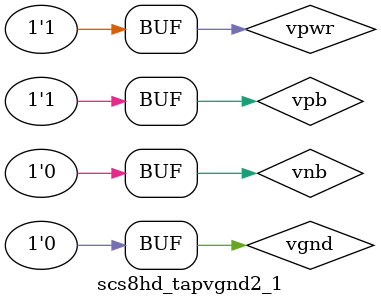
<source format=v>


`celldefine
`timescale 1ns / 1ps



module scs8hd_tapvgnd2_1  (

`ifdef SC_USE_PG_PIN
input vpwr,
input vgnd,
input vpb,
input vnb
`endif

);

`ifdef functional
`else
`ifdef SC_USE_PG_PIN
`else
supply1 vpwr;
supply0 vgnd;
supply1 vpb;
supply0 vnb;
`endif
`endif


endmodule
`endcelldefine

</source>
